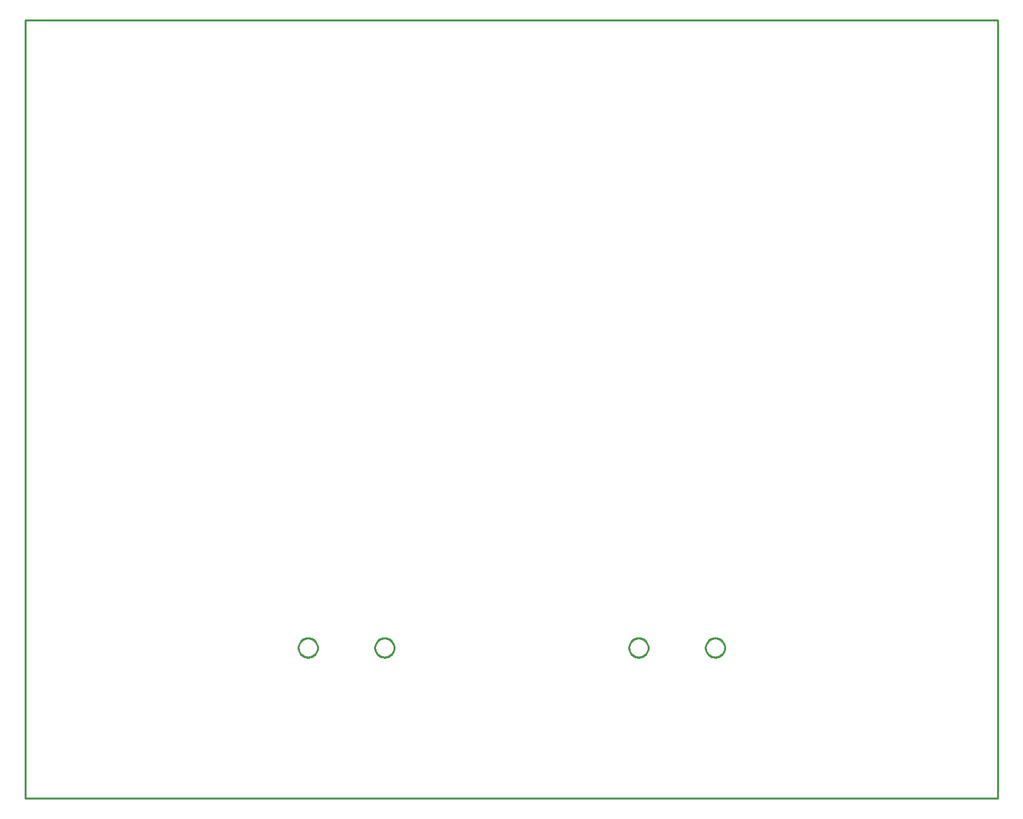
<source format=gbr>
G04 EAGLE Gerber RS-274X export*
G75*
%MOMM*%
%FSLAX34Y34*%
%LPD*%
%IN*%
%IPPOS*%
%AMOC8*
5,1,8,0,0,1.08239X$1,22.5*%
G01*
%ADD10C,0.254000*%


D10*
X0Y0D02*
X1270000Y0D01*
X1270000Y1016000D01*
X0Y1016000D01*
X0Y0D01*
X381600Y196509D02*
X381523Y195530D01*
X381369Y194560D01*
X381140Y193604D01*
X380836Y192670D01*
X380461Y191763D01*
X380015Y190888D01*
X379501Y190050D01*
X378924Y189255D01*
X378286Y188508D01*
X377592Y187814D01*
X376845Y187176D01*
X376050Y186599D01*
X375212Y186085D01*
X374337Y185639D01*
X373430Y185264D01*
X372496Y184960D01*
X371541Y184731D01*
X370570Y184577D01*
X369591Y184500D01*
X368609Y184500D01*
X367630Y184577D01*
X366660Y184731D01*
X365704Y184960D01*
X364770Y185264D01*
X363863Y185639D01*
X362988Y186085D01*
X362150Y186599D01*
X361355Y187176D01*
X360608Y187814D01*
X359914Y188508D01*
X359276Y189255D01*
X358699Y190050D01*
X358185Y190888D01*
X357739Y191763D01*
X357364Y192670D01*
X357060Y193604D01*
X356831Y194560D01*
X356677Y195530D01*
X356600Y196509D01*
X356600Y197491D01*
X356677Y198470D01*
X356831Y199441D01*
X357060Y200396D01*
X357364Y201330D01*
X357739Y202237D01*
X358185Y203112D01*
X358699Y203950D01*
X359276Y204745D01*
X359914Y205492D01*
X360608Y206186D01*
X361355Y206824D01*
X362150Y207401D01*
X362988Y207915D01*
X363863Y208361D01*
X364770Y208736D01*
X365704Y209040D01*
X366660Y209269D01*
X367630Y209423D01*
X368609Y209500D01*
X369591Y209500D01*
X370570Y209423D01*
X371541Y209269D01*
X372496Y209040D01*
X373430Y208736D01*
X374337Y208361D01*
X375212Y207915D01*
X376050Y207401D01*
X376845Y206824D01*
X377592Y206186D01*
X378286Y205492D01*
X378924Y204745D01*
X379501Y203950D01*
X380015Y203112D01*
X380461Y202237D01*
X380836Y201330D01*
X381140Y200396D01*
X381369Y199441D01*
X381523Y198470D01*
X381600Y197491D01*
X381600Y196509D01*
X481600Y196509D02*
X481523Y195530D01*
X481369Y194560D01*
X481140Y193604D01*
X480836Y192670D01*
X480461Y191763D01*
X480015Y190888D01*
X479501Y190050D01*
X478924Y189255D01*
X478286Y188508D01*
X477592Y187814D01*
X476845Y187176D01*
X476050Y186599D01*
X475212Y186085D01*
X474337Y185639D01*
X473430Y185264D01*
X472496Y184960D01*
X471541Y184731D01*
X470570Y184577D01*
X469591Y184500D01*
X468609Y184500D01*
X467630Y184577D01*
X466660Y184731D01*
X465704Y184960D01*
X464770Y185264D01*
X463863Y185639D01*
X462988Y186085D01*
X462150Y186599D01*
X461355Y187176D01*
X460608Y187814D01*
X459914Y188508D01*
X459276Y189255D01*
X458699Y190050D01*
X458185Y190888D01*
X457739Y191763D01*
X457364Y192670D01*
X457060Y193604D01*
X456831Y194560D01*
X456677Y195530D01*
X456600Y196509D01*
X456600Y197491D01*
X456677Y198470D01*
X456831Y199441D01*
X457060Y200396D01*
X457364Y201330D01*
X457739Y202237D01*
X458185Y203112D01*
X458699Y203950D01*
X459276Y204745D01*
X459914Y205492D01*
X460608Y206186D01*
X461355Y206824D01*
X462150Y207401D01*
X462988Y207915D01*
X463863Y208361D01*
X464770Y208736D01*
X465704Y209040D01*
X466660Y209269D01*
X467630Y209423D01*
X468609Y209500D01*
X469591Y209500D01*
X470570Y209423D01*
X471541Y209269D01*
X472496Y209040D01*
X473430Y208736D01*
X474337Y208361D01*
X475212Y207915D01*
X476050Y207401D01*
X476845Y206824D01*
X477592Y206186D01*
X478286Y205492D01*
X478924Y204745D01*
X479501Y203950D01*
X480015Y203112D01*
X480461Y202237D01*
X480836Y201330D01*
X481140Y200396D01*
X481369Y199441D01*
X481523Y198470D01*
X481600Y197491D01*
X481600Y196509D01*
X813400Y196509D02*
X813323Y195530D01*
X813169Y194560D01*
X812940Y193604D01*
X812636Y192670D01*
X812261Y191763D01*
X811815Y190888D01*
X811301Y190050D01*
X810724Y189255D01*
X810086Y188508D01*
X809392Y187814D01*
X808645Y187176D01*
X807850Y186599D01*
X807012Y186085D01*
X806137Y185639D01*
X805230Y185264D01*
X804296Y184960D01*
X803341Y184731D01*
X802370Y184577D01*
X801391Y184500D01*
X800409Y184500D01*
X799430Y184577D01*
X798460Y184731D01*
X797504Y184960D01*
X796570Y185264D01*
X795663Y185639D01*
X794788Y186085D01*
X793950Y186599D01*
X793155Y187176D01*
X792408Y187814D01*
X791714Y188508D01*
X791076Y189255D01*
X790499Y190050D01*
X789985Y190888D01*
X789539Y191763D01*
X789164Y192670D01*
X788860Y193604D01*
X788631Y194560D01*
X788477Y195530D01*
X788400Y196509D01*
X788400Y197491D01*
X788477Y198470D01*
X788631Y199441D01*
X788860Y200396D01*
X789164Y201330D01*
X789539Y202237D01*
X789985Y203112D01*
X790499Y203950D01*
X791076Y204745D01*
X791714Y205492D01*
X792408Y206186D01*
X793155Y206824D01*
X793950Y207401D01*
X794788Y207915D01*
X795663Y208361D01*
X796570Y208736D01*
X797504Y209040D01*
X798460Y209269D01*
X799430Y209423D01*
X800409Y209500D01*
X801391Y209500D01*
X802370Y209423D01*
X803341Y209269D01*
X804296Y209040D01*
X805230Y208736D01*
X806137Y208361D01*
X807012Y207915D01*
X807850Y207401D01*
X808645Y206824D01*
X809392Y206186D01*
X810086Y205492D01*
X810724Y204745D01*
X811301Y203950D01*
X811815Y203112D01*
X812261Y202237D01*
X812636Y201330D01*
X812940Y200396D01*
X813169Y199441D01*
X813323Y198470D01*
X813400Y197491D01*
X813400Y196509D01*
X913400Y196509D02*
X913323Y195530D01*
X913169Y194560D01*
X912940Y193604D01*
X912636Y192670D01*
X912261Y191763D01*
X911815Y190888D01*
X911301Y190050D01*
X910724Y189255D01*
X910086Y188508D01*
X909392Y187814D01*
X908645Y187176D01*
X907850Y186599D01*
X907012Y186085D01*
X906137Y185639D01*
X905230Y185264D01*
X904296Y184960D01*
X903341Y184731D01*
X902370Y184577D01*
X901391Y184500D01*
X900409Y184500D01*
X899430Y184577D01*
X898460Y184731D01*
X897504Y184960D01*
X896570Y185264D01*
X895663Y185639D01*
X894788Y186085D01*
X893950Y186599D01*
X893155Y187176D01*
X892408Y187814D01*
X891714Y188508D01*
X891076Y189255D01*
X890499Y190050D01*
X889985Y190888D01*
X889539Y191763D01*
X889164Y192670D01*
X888860Y193604D01*
X888631Y194560D01*
X888477Y195530D01*
X888400Y196509D01*
X888400Y197491D01*
X888477Y198470D01*
X888631Y199441D01*
X888860Y200396D01*
X889164Y201330D01*
X889539Y202237D01*
X889985Y203112D01*
X890499Y203950D01*
X891076Y204745D01*
X891714Y205492D01*
X892408Y206186D01*
X893155Y206824D01*
X893950Y207401D01*
X894788Y207915D01*
X895663Y208361D01*
X896570Y208736D01*
X897504Y209040D01*
X898460Y209269D01*
X899430Y209423D01*
X900409Y209500D01*
X901391Y209500D01*
X902370Y209423D01*
X903341Y209269D01*
X904296Y209040D01*
X905230Y208736D01*
X906137Y208361D01*
X907012Y207915D01*
X907850Y207401D01*
X908645Y206824D01*
X909392Y206186D01*
X910086Y205492D01*
X910724Y204745D01*
X911301Y203950D01*
X911815Y203112D01*
X912261Y202237D01*
X912636Y201330D01*
X912940Y200396D01*
X913169Y199441D01*
X913323Y198470D01*
X913400Y197491D01*
X913400Y196509D01*
M02*

</source>
